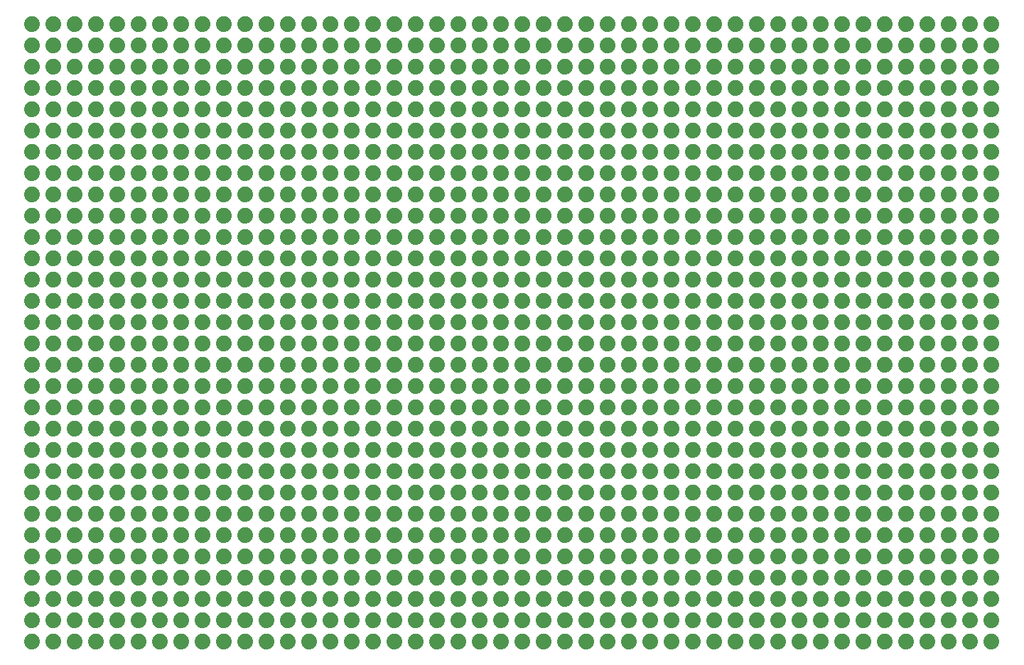
<source format=gbl>
G75*
%MOIN*%
%OFA0B0*%
%FSLAX25Y25*%
%IPPOS*%
%LPD*%
%AMOC8*
5,1,8,0,0,1.08239X$1,22.5*
%
%ADD10C,0.07400*%
D10*
X0017805Y0053650D03*
X0027805Y0053650D03*
X0037805Y0053650D03*
X0047805Y0053650D03*
X0057805Y0053650D03*
X0067805Y0053650D03*
X0077805Y0053650D03*
X0087805Y0053650D03*
X0097805Y0053650D03*
X0107805Y0053650D03*
X0117805Y0053650D03*
X0127805Y0053650D03*
X0137805Y0053650D03*
X0147805Y0053650D03*
X0157805Y0053650D03*
X0167805Y0053650D03*
X0177805Y0053650D03*
X0187805Y0053650D03*
X0197805Y0053650D03*
X0207805Y0053650D03*
X0217805Y0053650D03*
X0227805Y0053650D03*
X0237805Y0053650D03*
X0247805Y0053650D03*
X0257805Y0053650D03*
X0267805Y0053650D03*
X0277805Y0053650D03*
X0287805Y0053650D03*
X0297805Y0053650D03*
X0307805Y0053650D03*
X0317805Y0053650D03*
X0327805Y0053650D03*
X0337805Y0053650D03*
X0347805Y0053650D03*
X0357805Y0053650D03*
X0367805Y0053650D03*
X0377805Y0053650D03*
X0387805Y0053650D03*
X0397805Y0053650D03*
X0407805Y0053650D03*
X0417805Y0053650D03*
X0427805Y0053650D03*
X0437805Y0053650D03*
X0447805Y0053650D03*
X0457805Y0053650D03*
X0467805Y0053650D03*
X0467805Y0063650D03*
X0457805Y0063650D03*
X0447805Y0063650D03*
X0437805Y0063650D03*
X0427805Y0063650D03*
X0417805Y0063650D03*
X0407805Y0063650D03*
X0397805Y0063650D03*
X0397805Y0073650D03*
X0407805Y0073650D03*
X0417805Y0073650D03*
X0427805Y0073650D03*
X0437805Y0073650D03*
X0447805Y0073650D03*
X0457805Y0073650D03*
X0467805Y0073650D03*
X0467805Y0083650D03*
X0457805Y0083650D03*
X0447805Y0083650D03*
X0437805Y0083650D03*
X0427805Y0083650D03*
X0417805Y0083650D03*
X0407805Y0083650D03*
X0397805Y0083650D03*
X0397805Y0093650D03*
X0407805Y0093650D03*
X0417805Y0093650D03*
X0427805Y0093650D03*
X0437805Y0093650D03*
X0447805Y0093650D03*
X0457805Y0093650D03*
X0467805Y0093650D03*
X0467805Y0103650D03*
X0457805Y0103650D03*
X0447805Y0103650D03*
X0437805Y0103650D03*
X0427805Y0103650D03*
X0417805Y0103650D03*
X0407805Y0103650D03*
X0397805Y0103650D03*
X0397805Y0113650D03*
X0407805Y0113650D03*
X0417805Y0113650D03*
X0427805Y0113650D03*
X0437805Y0113650D03*
X0447805Y0113650D03*
X0457805Y0113650D03*
X0467805Y0113650D03*
X0467805Y0123650D03*
X0457805Y0123650D03*
X0447805Y0123650D03*
X0437805Y0123650D03*
X0427805Y0123650D03*
X0417805Y0123650D03*
X0407805Y0123650D03*
X0397805Y0123650D03*
X0397805Y0133650D03*
X0407805Y0133650D03*
X0417805Y0133650D03*
X0427805Y0133650D03*
X0437805Y0133650D03*
X0447805Y0133650D03*
X0457805Y0133650D03*
X0467805Y0133650D03*
X0467805Y0143650D03*
X0457805Y0143650D03*
X0447805Y0143650D03*
X0437805Y0143650D03*
X0427805Y0143650D03*
X0417805Y0143650D03*
X0407805Y0143650D03*
X0397805Y0143650D03*
X0397805Y0153650D03*
X0407805Y0153650D03*
X0417805Y0153650D03*
X0427805Y0153650D03*
X0437805Y0153650D03*
X0447805Y0153650D03*
X0457805Y0153650D03*
X0467805Y0153650D03*
X0467805Y0163650D03*
X0457805Y0163650D03*
X0447805Y0163650D03*
X0437805Y0163650D03*
X0427805Y0163650D03*
X0417805Y0163650D03*
X0407805Y0163650D03*
X0397805Y0163650D03*
X0397805Y0173650D03*
X0407805Y0173650D03*
X0417805Y0173650D03*
X0427805Y0173650D03*
X0437805Y0173650D03*
X0447805Y0173650D03*
X0457805Y0173650D03*
X0467805Y0173650D03*
X0467805Y0183650D03*
X0457805Y0183650D03*
X0447805Y0183650D03*
X0437805Y0183650D03*
X0427805Y0183650D03*
X0417805Y0183650D03*
X0407805Y0183650D03*
X0397805Y0183650D03*
X0397805Y0193650D03*
X0407805Y0193650D03*
X0417805Y0193650D03*
X0427805Y0193650D03*
X0437805Y0193650D03*
X0447805Y0193650D03*
X0457805Y0193650D03*
X0467805Y0193650D03*
X0467805Y0203650D03*
X0457805Y0203650D03*
X0447805Y0203650D03*
X0437805Y0203650D03*
X0427805Y0203650D03*
X0417805Y0203650D03*
X0407805Y0203650D03*
X0397805Y0203650D03*
X0397805Y0213650D03*
X0407805Y0213650D03*
X0417805Y0213650D03*
X0427805Y0213650D03*
X0437805Y0213650D03*
X0447805Y0213650D03*
X0457805Y0213650D03*
X0467805Y0213650D03*
X0467805Y0223650D03*
X0457805Y0223650D03*
X0447805Y0223650D03*
X0437805Y0223650D03*
X0427805Y0223650D03*
X0417805Y0223650D03*
X0407805Y0223650D03*
X0397805Y0223650D03*
X0397805Y0233650D03*
X0407805Y0233650D03*
X0417805Y0233650D03*
X0427805Y0233650D03*
X0437805Y0233650D03*
X0447805Y0233650D03*
X0457805Y0233650D03*
X0467805Y0233650D03*
X0467805Y0243650D03*
X0457805Y0243650D03*
X0447805Y0243650D03*
X0437805Y0243650D03*
X0427805Y0243650D03*
X0417805Y0243650D03*
X0407805Y0243650D03*
X0397805Y0243650D03*
X0397805Y0253650D03*
X0407805Y0253650D03*
X0417805Y0253650D03*
X0427805Y0253650D03*
X0437805Y0253650D03*
X0447805Y0253650D03*
X0457805Y0253650D03*
X0467805Y0253650D03*
X0467805Y0263650D03*
X0457805Y0263650D03*
X0447805Y0263650D03*
X0437805Y0263650D03*
X0427805Y0263650D03*
X0417805Y0263650D03*
X0407805Y0263650D03*
X0397805Y0263650D03*
X0397805Y0273650D03*
X0407805Y0273650D03*
X0417805Y0273650D03*
X0427805Y0273650D03*
X0437805Y0273650D03*
X0447805Y0273650D03*
X0457805Y0273650D03*
X0467805Y0273650D03*
X0467805Y0283650D03*
X0457805Y0283650D03*
X0447805Y0283650D03*
X0437805Y0283650D03*
X0427805Y0283650D03*
X0417805Y0283650D03*
X0407805Y0283650D03*
X0397805Y0283650D03*
X0397805Y0293650D03*
X0407805Y0293650D03*
X0417805Y0293650D03*
X0427805Y0293650D03*
X0437805Y0293650D03*
X0447805Y0293650D03*
X0457805Y0293650D03*
X0467805Y0293650D03*
X0467805Y0303650D03*
X0457805Y0303650D03*
X0447805Y0303650D03*
X0437805Y0303650D03*
X0427805Y0303650D03*
X0417805Y0303650D03*
X0407805Y0303650D03*
X0397805Y0303650D03*
X0397805Y0313650D03*
X0407805Y0313650D03*
X0417805Y0313650D03*
X0427805Y0313650D03*
X0437805Y0313650D03*
X0447805Y0313650D03*
X0457805Y0313650D03*
X0467805Y0313650D03*
X0467805Y0323650D03*
X0457805Y0323650D03*
X0447805Y0323650D03*
X0437805Y0323650D03*
X0427805Y0323650D03*
X0417805Y0323650D03*
X0407805Y0323650D03*
X0397805Y0323650D03*
X0397805Y0333650D03*
X0407805Y0333650D03*
X0417805Y0333650D03*
X0427805Y0333650D03*
X0437805Y0333650D03*
X0447805Y0333650D03*
X0457805Y0333650D03*
X0467805Y0333650D03*
X0467805Y0343650D03*
X0457805Y0343650D03*
X0447805Y0343650D03*
X0437805Y0343650D03*
X0427805Y0343650D03*
X0417805Y0343650D03*
X0407805Y0343650D03*
X0397805Y0343650D03*
X0387805Y0343650D03*
X0377805Y0343650D03*
X0367805Y0343650D03*
X0357805Y0343650D03*
X0347805Y0343650D03*
X0337805Y0343650D03*
X0327805Y0343650D03*
X0317805Y0343650D03*
X0307805Y0343650D03*
X0297805Y0343650D03*
X0287805Y0343650D03*
X0277805Y0343650D03*
X0267805Y0343650D03*
X0257805Y0343650D03*
X0247805Y0343650D03*
X0237805Y0343650D03*
X0237805Y0333650D03*
X0237805Y0323650D03*
X0247805Y0323650D03*
X0257805Y0323650D03*
X0267805Y0323650D03*
X0277805Y0323650D03*
X0287805Y0323650D03*
X0297805Y0323650D03*
X0307805Y0323650D03*
X0317805Y0323650D03*
X0327805Y0323650D03*
X0337805Y0323650D03*
X0347805Y0323650D03*
X0357805Y0323650D03*
X0367805Y0323650D03*
X0377805Y0323650D03*
X0387805Y0323650D03*
X0387805Y0333650D03*
X0377805Y0333650D03*
X0367805Y0333650D03*
X0357805Y0333650D03*
X0347805Y0333650D03*
X0337805Y0333650D03*
X0327805Y0333650D03*
X0317805Y0333650D03*
X0307805Y0333650D03*
X0297805Y0333650D03*
X0287805Y0333650D03*
X0277805Y0333650D03*
X0267805Y0333650D03*
X0257805Y0333650D03*
X0247805Y0333650D03*
X0247805Y0313650D03*
X0247805Y0303650D03*
X0257805Y0303650D03*
X0267805Y0303650D03*
X0277805Y0303650D03*
X0287805Y0303650D03*
X0297805Y0303650D03*
X0307805Y0303650D03*
X0317805Y0303650D03*
X0327805Y0303650D03*
X0337805Y0303650D03*
X0347805Y0303650D03*
X0357805Y0303650D03*
X0367805Y0303650D03*
X0377805Y0303650D03*
X0387805Y0303650D03*
X0387805Y0313650D03*
X0377805Y0313650D03*
X0367805Y0313650D03*
X0357805Y0313650D03*
X0347805Y0313650D03*
X0337805Y0313650D03*
X0327805Y0313650D03*
X0317805Y0313650D03*
X0307805Y0313650D03*
X0297805Y0313650D03*
X0287805Y0313650D03*
X0277805Y0313650D03*
X0267805Y0313650D03*
X0257805Y0313650D03*
X0237805Y0313650D03*
X0237805Y0303650D03*
X0237805Y0293650D03*
X0237805Y0283650D03*
X0247805Y0283650D03*
X0257805Y0283650D03*
X0267805Y0283650D03*
X0277805Y0283650D03*
X0287805Y0283650D03*
X0297805Y0283650D03*
X0307805Y0283650D03*
X0317805Y0283650D03*
X0327805Y0283650D03*
X0337805Y0283650D03*
X0347805Y0283650D03*
X0357805Y0283650D03*
X0367805Y0283650D03*
X0377805Y0283650D03*
X0387805Y0283650D03*
X0387805Y0293650D03*
X0377805Y0293650D03*
X0367805Y0293650D03*
X0357805Y0293650D03*
X0347805Y0293650D03*
X0337805Y0293650D03*
X0327805Y0293650D03*
X0317805Y0293650D03*
X0307805Y0293650D03*
X0297805Y0293650D03*
X0287805Y0293650D03*
X0277805Y0293650D03*
X0267805Y0293650D03*
X0257805Y0293650D03*
X0247805Y0293650D03*
X0247805Y0273650D03*
X0247805Y0263650D03*
X0257805Y0263650D03*
X0267805Y0263650D03*
X0277805Y0263650D03*
X0287805Y0263650D03*
X0297805Y0263650D03*
X0307805Y0263650D03*
X0317805Y0263650D03*
X0327805Y0263650D03*
X0337805Y0263650D03*
X0347805Y0263650D03*
X0357805Y0263650D03*
X0367805Y0263650D03*
X0377805Y0263650D03*
X0387805Y0263650D03*
X0387805Y0273650D03*
X0377805Y0273650D03*
X0367805Y0273650D03*
X0357805Y0273650D03*
X0347805Y0273650D03*
X0337805Y0273650D03*
X0327805Y0273650D03*
X0317805Y0273650D03*
X0307805Y0273650D03*
X0297805Y0273650D03*
X0287805Y0273650D03*
X0277805Y0273650D03*
X0267805Y0273650D03*
X0257805Y0273650D03*
X0237805Y0273650D03*
X0237805Y0263650D03*
X0237805Y0253650D03*
X0237805Y0243650D03*
X0247805Y0243650D03*
X0257805Y0243650D03*
X0267805Y0243650D03*
X0277805Y0243650D03*
X0287805Y0243650D03*
X0297805Y0243650D03*
X0307805Y0243650D03*
X0317805Y0243650D03*
X0327805Y0243650D03*
X0337805Y0243650D03*
X0347805Y0243650D03*
X0357805Y0243650D03*
X0367805Y0243650D03*
X0377805Y0243650D03*
X0387805Y0243650D03*
X0387805Y0253650D03*
X0377805Y0253650D03*
X0367805Y0253650D03*
X0357805Y0253650D03*
X0347805Y0253650D03*
X0337805Y0253650D03*
X0327805Y0253650D03*
X0317805Y0253650D03*
X0307805Y0253650D03*
X0297805Y0253650D03*
X0287805Y0253650D03*
X0277805Y0253650D03*
X0267805Y0253650D03*
X0257805Y0253650D03*
X0247805Y0253650D03*
X0247805Y0233650D03*
X0247805Y0223650D03*
X0257805Y0223650D03*
X0267805Y0223650D03*
X0277805Y0223650D03*
X0287805Y0223650D03*
X0297805Y0223650D03*
X0307805Y0223650D03*
X0317805Y0223650D03*
X0327805Y0223650D03*
X0337805Y0223650D03*
X0347805Y0223650D03*
X0357805Y0223650D03*
X0367805Y0223650D03*
X0377805Y0223650D03*
X0387805Y0223650D03*
X0387805Y0233650D03*
X0377805Y0233650D03*
X0367805Y0233650D03*
X0357805Y0233650D03*
X0347805Y0233650D03*
X0337805Y0233650D03*
X0327805Y0233650D03*
X0317805Y0233650D03*
X0307805Y0233650D03*
X0297805Y0233650D03*
X0287805Y0233650D03*
X0277805Y0233650D03*
X0267805Y0233650D03*
X0257805Y0233650D03*
X0237805Y0233650D03*
X0237805Y0223650D03*
X0237805Y0213650D03*
X0237805Y0203650D03*
X0247805Y0203650D03*
X0257805Y0203650D03*
X0267805Y0203650D03*
X0277805Y0203650D03*
X0287805Y0203650D03*
X0297805Y0203650D03*
X0307805Y0203650D03*
X0317805Y0203650D03*
X0327805Y0203650D03*
X0337805Y0203650D03*
X0347805Y0203650D03*
X0357805Y0203650D03*
X0367805Y0203650D03*
X0377805Y0203650D03*
X0387805Y0203650D03*
X0387805Y0213650D03*
X0377805Y0213650D03*
X0367805Y0213650D03*
X0357805Y0213650D03*
X0347805Y0213650D03*
X0337805Y0213650D03*
X0327805Y0213650D03*
X0317805Y0213650D03*
X0307805Y0213650D03*
X0297805Y0213650D03*
X0287805Y0213650D03*
X0277805Y0213650D03*
X0267805Y0213650D03*
X0257805Y0213650D03*
X0247805Y0213650D03*
X0247805Y0193650D03*
X0247805Y0183650D03*
X0257805Y0183650D03*
X0267805Y0183650D03*
X0277805Y0183650D03*
X0287805Y0183650D03*
X0297805Y0183650D03*
X0307805Y0183650D03*
X0317805Y0183650D03*
X0327805Y0183650D03*
X0337805Y0183650D03*
X0347805Y0183650D03*
X0357805Y0183650D03*
X0367805Y0183650D03*
X0377805Y0183650D03*
X0387805Y0183650D03*
X0387805Y0193650D03*
X0377805Y0193650D03*
X0367805Y0193650D03*
X0357805Y0193650D03*
X0347805Y0193650D03*
X0337805Y0193650D03*
X0327805Y0193650D03*
X0317805Y0193650D03*
X0307805Y0193650D03*
X0297805Y0193650D03*
X0287805Y0193650D03*
X0277805Y0193650D03*
X0267805Y0193650D03*
X0257805Y0193650D03*
X0237805Y0193650D03*
X0237805Y0183650D03*
X0237805Y0173650D03*
X0237805Y0163650D03*
X0247805Y0163650D03*
X0257805Y0163650D03*
X0267805Y0163650D03*
X0277805Y0163650D03*
X0287805Y0163650D03*
X0297805Y0163650D03*
X0307805Y0163650D03*
X0317805Y0163650D03*
X0327805Y0163650D03*
X0337805Y0163650D03*
X0347805Y0163650D03*
X0357805Y0163650D03*
X0367805Y0163650D03*
X0377805Y0163650D03*
X0387805Y0163650D03*
X0387805Y0173650D03*
X0377805Y0173650D03*
X0367805Y0173650D03*
X0357805Y0173650D03*
X0347805Y0173650D03*
X0337805Y0173650D03*
X0327805Y0173650D03*
X0317805Y0173650D03*
X0307805Y0173650D03*
X0297805Y0173650D03*
X0287805Y0173650D03*
X0277805Y0173650D03*
X0267805Y0173650D03*
X0257805Y0173650D03*
X0247805Y0173650D03*
X0247805Y0153650D03*
X0247805Y0143650D03*
X0257805Y0143650D03*
X0267805Y0143650D03*
X0277805Y0143650D03*
X0287805Y0143650D03*
X0297805Y0143650D03*
X0307805Y0143650D03*
X0317805Y0143650D03*
X0327805Y0143650D03*
X0337805Y0143650D03*
X0347805Y0143650D03*
X0357805Y0143650D03*
X0367805Y0143650D03*
X0377805Y0143650D03*
X0387805Y0143650D03*
X0387805Y0153650D03*
X0377805Y0153650D03*
X0367805Y0153650D03*
X0357805Y0153650D03*
X0347805Y0153650D03*
X0337805Y0153650D03*
X0327805Y0153650D03*
X0317805Y0153650D03*
X0307805Y0153650D03*
X0297805Y0153650D03*
X0287805Y0153650D03*
X0277805Y0153650D03*
X0267805Y0153650D03*
X0257805Y0153650D03*
X0237805Y0153650D03*
X0237805Y0143650D03*
X0237805Y0133650D03*
X0237805Y0123650D03*
X0247805Y0123650D03*
X0257805Y0123650D03*
X0267805Y0123650D03*
X0277805Y0123650D03*
X0287805Y0123650D03*
X0297805Y0123650D03*
X0307805Y0123650D03*
X0317805Y0123650D03*
X0327805Y0123650D03*
X0337805Y0123650D03*
X0347805Y0123650D03*
X0357805Y0123650D03*
X0367805Y0123650D03*
X0377805Y0123650D03*
X0387805Y0123650D03*
X0387805Y0133650D03*
X0377805Y0133650D03*
X0367805Y0133650D03*
X0357805Y0133650D03*
X0347805Y0133650D03*
X0337805Y0133650D03*
X0327805Y0133650D03*
X0317805Y0133650D03*
X0307805Y0133650D03*
X0297805Y0133650D03*
X0287805Y0133650D03*
X0277805Y0133650D03*
X0267805Y0133650D03*
X0257805Y0133650D03*
X0247805Y0133650D03*
X0247805Y0113650D03*
X0247805Y0103650D03*
X0257805Y0103650D03*
X0267805Y0103650D03*
X0277805Y0103650D03*
X0287805Y0103650D03*
X0297805Y0103650D03*
X0307805Y0103650D03*
X0317805Y0103650D03*
X0327805Y0103650D03*
X0337805Y0103650D03*
X0347805Y0103650D03*
X0357805Y0103650D03*
X0367805Y0103650D03*
X0377805Y0103650D03*
X0387805Y0103650D03*
X0387805Y0113650D03*
X0377805Y0113650D03*
X0367805Y0113650D03*
X0357805Y0113650D03*
X0347805Y0113650D03*
X0337805Y0113650D03*
X0327805Y0113650D03*
X0317805Y0113650D03*
X0307805Y0113650D03*
X0297805Y0113650D03*
X0287805Y0113650D03*
X0277805Y0113650D03*
X0267805Y0113650D03*
X0257805Y0113650D03*
X0237805Y0113650D03*
X0237805Y0103650D03*
X0237805Y0093650D03*
X0237805Y0083650D03*
X0247805Y0083650D03*
X0257805Y0083650D03*
X0267805Y0083650D03*
X0277805Y0083650D03*
X0287805Y0083650D03*
X0297805Y0083650D03*
X0307805Y0083650D03*
X0317805Y0083650D03*
X0327805Y0083650D03*
X0337805Y0083650D03*
X0347805Y0083650D03*
X0357805Y0083650D03*
X0367805Y0083650D03*
X0377805Y0083650D03*
X0387805Y0083650D03*
X0387805Y0093650D03*
X0377805Y0093650D03*
X0367805Y0093650D03*
X0357805Y0093650D03*
X0347805Y0093650D03*
X0337805Y0093650D03*
X0327805Y0093650D03*
X0317805Y0093650D03*
X0307805Y0093650D03*
X0297805Y0093650D03*
X0287805Y0093650D03*
X0277805Y0093650D03*
X0267805Y0093650D03*
X0257805Y0093650D03*
X0247805Y0093650D03*
X0247805Y0073650D03*
X0247805Y0063650D03*
X0257805Y0063650D03*
X0267805Y0063650D03*
X0277805Y0063650D03*
X0287805Y0063650D03*
X0297805Y0063650D03*
X0307805Y0063650D03*
X0317805Y0063650D03*
X0327805Y0063650D03*
X0337805Y0063650D03*
X0347805Y0063650D03*
X0357805Y0063650D03*
X0367805Y0063650D03*
X0377805Y0063650D03*
X0387805Y0063650D03*
X0387805Y0073650D03*
X0377805Y0073650D03*
X0367805Y0073650D03*
X0357805Y0073650D03*
X0347805Y0073650D03*
X0337805Y0073650D03*
X0327805Y0073650D03*
X0317805Y0073650D03*
X0307805Y0073650D03*
X0297805Y0073650D03*
X0287805Y0073650D03*
X0277805Y0073650D03*
X0267805Y0073650D03*
X0257805Y0073650D03*
X0237805Y0073650D03*
X0237805Y0063650D03*
X0227805Y0063650D03*
X0217805Y0063650D03*
X0207805Y0063650D03*
X0197805Y0063650D03*
X0187805Y0063650D03*
X0177805Y0063650D03*
X0167805Y0063650D03*
X0157805Y0063650D03*
X0147805Y0063650D03*
X0137805Y0063650D03*
X0127805Y0063650D03*
X0117805Y0063650D03*
X0107805Y0063650D03*
X0097805Y0063650D03*
X0087805Y0063650D03*
X0077805Y0063650D03*
X0077805Y0073650D03*
X0087805Y0073650D03*
X0097805Y0073650D03*
X0107805Y0073650D03*
X0117805Y0073650D03*
X0127805Y0073650D03*
X0137805Y0073650D03*
X0147805Y0073650D03*
X0157805Y0073650D03*
X0167805Y0073650D03*
X0177805Y0073650D03*
X0187805Y0073650D03*
X0197805Y0073650D03*
X0207805Y0073650D03*
X0217805Y0073650D03*
X0227805Y0073650D03*
X0227805Y0083650D03*
X0217805Y0083650D03*
X0207805Y0083650D03*
X0197805Y0083650D03*
X0187805Y0083650D03*
X0177805Y0083650D03*
X0167805Y0083650D03*
X0157805Y0083650D03*
X0147805Y0083650D03*
X0137805Y0083650D03*
X0127805Y0083650D03*
X0117805Y0083650D03*
X0107805Y0083650D03*
X0097805Y0083650D03*
X0087805Y0083650D03*
X0077805Y0083650D03*
X0077805Y0093650D03*
X0087805Y0093650D03*
X0097805Y0093650D03*
X0107805Y0093650D03*
X0117805Y0093650D03*
X0127805Y0093650D03*
X0137805Y0093650D03*
X0147805Y0093650D03*
X0157805Y0093650D03*
X0167805Y0093650D03*
X0177805Y0093650D03*
X0187805Y0093650D03*
X0197805Y0093650D03*
X0207805Y0093650D03*
X0217805Y0093650D03*
X0227805Y0093650D03*
X0227805Y0103650D03*
X0217805Y0103650D03*
X0207805Y0103650D03*
X0197805Y0103650D03*
X0187805Y0103650D03*
X0177805Y0103650D03*
X0167805Y0103650D03*
X0157805Y0103650D03*
X0147805Y0103650D03*
X0137805Y0103650D03*
X0127805Y0103650D03*
X0117805Y0103650D03*
X0107805Y0103650D03*
X0097805Y0103650D03*
X0087805Y0103650D03*
X0077805Y0103650D03*
X0077805Y0113650D03*
X0087805Y0113650D03*
X0097805Y0113650D03*
X0107805Y0113650D03*
X0117805Y0113650D03*
X0127805Y0113650D03*
X0137805Y0113650D03*
X0147805Y0113650D03*
X0157805Y0113650D03*
X0167805Y0113650D03*
X0177805Y0113650D03*
X0187805Y0113650D03*
X0197805Y0113650D03*
X0207805Y0113650D03*
X0217805Y0113650D03*
X0227805Y0113650D03*
X0227805Y0123650D03*
X0217805Y0123650D03*
X0207805Y0123650D03*
X0197805Y0123650D03*
X0187805Y0123650D03*
X0177805Y0123650D03*
X0167805Y0123650D03*
X0157805Y0123650D03*
X0147805Y0123650D03*
X0137805Y0123650D03*
X0127805Y0123650D03*
X0117805Y0123650D03*
X0107805Y0123650D03*
X0097805Y0123650D03*
X0087805Y0123650D03*
X0077805Y0123650D03*
X0077805Y0133650D03*
X0087805Y0133650D03*
X0097805Y0133650D03*
X0107805Y0133650D03*
X0117805Y0133650D03*
X0127805Y0133650D03*
X0137805Y0133650D03*
X0147805Y0133650D03*
X0157805Y0133650D03*
X0167805Y0133650D03*
X0177805Y0133650D03*
X0187805Y0133650D03*
X0197805Y0133650D03*
X0207805Y0133650D03*
X0217805Y0133650D03*
X0227805Y0133650D03*
X0227805Y0143650D03*
X0217805Y0143650D03*
X0207805Y0143650D03*
X0197805Y0143650D03*
X0187805Y0143650D03*
X0177805Y0143650D03*
X0167805Y0143650D03*
X0157805Y0143650D03*
X0147805Y0143650D03*
X0137805Y0143650D03*
X0127805Y0143650D03*
X0117805Y0143650D03*
X0107805Y0143650D03*
X0097805Y0143650D03*
X0087805Y0143650D03*
X0077805Y0143650D03*
X0077805Y0153650D03*
X0087805Y0153650D03*
X0097805Y0153650D03*
X0107805Y0153650D03*
X0117805Y0153650D03*
X0127805Y0153650D03*
X0137805Y0153650D03*
X0147805Y0153650D03*
X0157805Y0153650D03*
X0167805Y0153650D03*
X0177805Y0153650D03*
X0187805Y0153650D03*
X0197805Y0153650D03*
X0207805Y0153650D03*
X0217805Y0153650D03*
X0227805Y0153650D03*
X0227805Y0163650D03*
X0217805Y0163650D03*
X0207805Y0163650D03*
X0197805Y0163650D03*
X0187805Y0163650D03*
X0177805Y0163650D03*
X0167805Y0163650D03*
X0157805Y0163650D03*
X0147805Y0163650D03*
X0137805Y0163650D03*
X0127805Y0163650D03*
X0117805Y0163650D03*
X0107805Y0163650D03*
X0097805Y0163650D03*
X0087805Y0163650D03*
X0077805Y0163650D03*
X0077805Y0173650D03*
X0087805Y0173650D03*
X0097805Y0173650D03*
X0107805Y0173650D03*
X0117805Y0173650D03*
X0127805Y0173650D03*
X0137805Y0173650D03*
X0147805Y0173650D03*
X0157805Y0173650D03*
X0167805Y0173650D03*
X0177805Y0173650D03*
X0187805Y0173650D03*
X0197805Y0173650D03*
X0207805Y0173650D03*
X0217805Y0173650D03*
X0227805Y0173650D03*
X0227805Y0183650D03*
X0217805Y0183650D03*
X0207805Y0183650D03*
X0197805Y0183650D03*
X0187805Y0183650D03*
X0177805Y0183650D03*
X0167805Y0183650D03*
X0157805Y0183650D03*
X0147805Y0183650D03*
X0137805Y0183650D03*
X0127805Y0183650D03*
X0117805Y0183650D03*
X0107805Y0183650D03*
X0097805Y0183650D03*
X0087805Y0183650D03*
X0077805Y0183650D03*
X0077805Y0193650D03*
X0087805Y0193650D03*
X0097805Y0193650D03*
X0107805Y0193650D03*
X0117805Y0193650D03*
X0127805Y0193650D03*
X0137805Y0193650D03*
X0147805Y0193650D03*
X0157805Y0193650D03*
X0167805Y0193650D03*
X0177805Y0193650D03*
X0187805Y0193650D03*
X0197805Y0193650D03*
X0207805Y0193650D03*
X0217805Y0193650D03*
X0227805Y0193650D03*
X0227805Y0203650D03*
X0217805Y0203650D03*
X0207805Y0203650D03*
X0197805Y0203650D03*
X0187805Y0203650D03*
X0177805Y0203650D03*
X0167805Y0203650D03*
X0157805Y0203650D03*
X0147805Y0203650D03*
X0137805Y0203650D03*
X0127805Y0203650D03*
X0117805Y0203650D03*
X0107805Y0203650D03*
X0097805Y0203650D03*
X0087805Y0203650D03*
X0077805Y0203650D03*
X0077805Y0213650D03*
X0087805Y0213650D03*
X0097805Y0213650D03*
X0107805Y0213650D03*
X0117805Y0213650D03*
X0127805Y0213650D03*
X0137805Y0213650D03*
X0147805Y0213650D03*
X0157805Y0213650D03*
X0167805Y0213650D03*
X0177805Y0213650D03*
X0187805Y0213650D03*
X0197805Y0213650D03*
X0207805Y0213650D03*
X0217805Y0213650D03*
X0227805Y0213650D03*
X0227805Y0223650D03*
X0217805Y0223650D03*
X0207805Y0223650D03*
X0197805Y0223650D03*
X0187805Y0223650D03*
X0177805Y0223650D03*
X0167805Y0223650D03*
X0157805Y0223650D03*
X0147805Y0223650D03*
X0137805Y0223650D03*
X0127805Y0223650D03*
X0117805Y0223650D03*
X0107805Y0223650D03*
X0097805Y0223650D03*
X0087805Y0223650D03*
X0077805Y0223650D03*
X0077805Y0233650D03*
X0087805Y0233650D03*
X0097805Y0233650D03*
X0107805Y0233650D03*
X0117805Y0233650D03*
X0127805Y0233650D03*
X0137805Y0233650D03*
X0147805Y0233650D03*
X0157805Y0233650D03*
X0167805Y0233650D03*
X0177805Y0233650D03*
X0187805Y0233650D03*
X0197805Y0233650D03*
X0207805Y0233650D03*
X0217805Y0233650D03*
X0227805Y0233650D03*
X0227805Y0243650D03*
X0217805Y0243650D03*
X0207805Y0243650D03*
X0197805Y0243650D03*
X0187805Y0243650D03*
X0177805Y0243650D03*
X0167805Y0243650D03*
X0157805Y0243650D03*
X0147805Y0243650D03*
X0137805Y0243650D03*
X0127805Y0243650D03*
X0117805Y0243650D03*
X0107805Y0243650D03*
X0097805Y0243650D03*
X0087805Y0243650D03*
X0077805Y0243650D03*
X0077805Y0253650D03*
X0087805Y0253650D03*
X0097805Y0253650D03*
X0107805Y0253650D03*
X0117805Y0253650D03*
X0127805Y0253650D03*
X0137805Y0253650D03*
X0147805Y0253650D03*
X0157805Y0253650D03*
X0167805Y0253650D03*
X0177805Y0253650D03*
X0187805Y0253650D03*
X0197805Y0253650D03*
X0207805Y0253650D03*
X0217805Y0253650D03*
X0227805Y0253650D03*
X0227805Y0263650D03*
X0217805Y0263650D03*
X0207805Y0263650D03*
X0197805Y0263650D03*
X0187805Y0263650D03*
X0177805Y0263650D03*
X0167805Y0263650D03*
X0157805Y0263650D03*
X0147805Y0263650D03*
X0137805Y0263650D03*
X0127805Y0263650D03*
X0117805Y0263650D03*
X0107805Y0263650D03*
X0097805Y0263650D03*
X0087805Y0263650D03*
X0077805Y0263650D03*
X0077805Y0273650D03*
X0087805Y0273650D03*
X0097805Y0273650D03*
X0107805Y0273650D03*
X0117805Y0273650D03*
X0127805Y0273650D03*
X0137805Y0273650D03*
X0147805Y0273650D03*
X0157805Y0273650D03*
X0167805Y0273650D03*
X0177805Y0273650D03*
X0187805Y0273650D03*
X0197805Y0273650D03*
X0207805Y0273650D03*
X0217805Y0273650D03*
X0227805Y0273650D03*
X0227805Y0283650D03*
X0217805Y0283650D03*
X0207805Y0283650D03*
X0197805Y0283650D03*
X0187805Y0283650D03*
X0177805Y0283650D03*
X0167805Y0283650D03*
X0157805Y0283650D03*
X0147805Y0283650D03*
X0137805Y0283650D03*
X0127805Y0283650D03*
X0117805Y0283650D03*
X0107805Y0283650D03*
X0097805Y0283650D03*
X0087805Y0283650D03*
X0077805Y0283650D03*
X0077805Y0293650D03*
X0087805Y0293650D03*
X0097805Y0293650D03*
X0107805Y0293650D03*
X0117805Y0293650D03*
X0127805Y0293650D03*
X0137805Y0293650D03*
X0147805Y0293650D03*
X0157805Y0293650D03*
X0167805Y0293650D03*
X0177805Y0293650D03*
X0187805Y0293650D03*
X0197805Y0293650D03*
X0207805Y0293650D03*
X0217805Y0293650D03*
X0227805Y0293650D03*
X0227805Y0303650D03*
X0217805Y0303650D03*
X0207805Y0303650D03*
X0197805Y0303650D03*
X0187805Y0303650D03*
X0177805Y0303650D03*
X0167805Y0303650D03*
X0157805Y0303650D03*
X0147805Y0303650D03*
X0137805Y0303650D03*
X0127805Y0303650D03*
X0117805Y0303650D03*
X0107805Y0303650D03*
X0097805Y0303650D03*
X0087805Y0303650D03*
X0077805Y0303650D03*
X0077805Y0313650D03*
X0087805Y0313650D03*
X0097805Y0313650D03*
X0107805Y0313650D03*
X0117805Y0313650D03*
X0127805Y0313650D03*
X0137805Y0313650D03*
X0147805Y0313650D03*
X0157805Y0313650D03*
X0167805Y0313650D03*
X0177805Y0313650D03*
X0187805Y0313650D03*
X0197805Y0313650D03*
X0207805Y0313650D03*
X0217805Y0313650D03*
X0227805Y0313650D03*
X0227805Y0323650D03*
X0217805Y0323650D03*
X0207805Y0323650D03*
X0197805Y0323650D03*
X0187805Y0323650D03*
X0177805Y0323650D03*
X0167805Y0323650D03*
X0157805Y0323650D03*
X0147805Y0323650D03*
X0137805Y0323650D03*
X0127805Y0323650D03*
X0117805Y0323650D03*
X0107805Y0323650D03*
X0097805Y0323650D03*
X0087805Y0323650D03*
X0077805Y0323650D03*
X0077805Y0333650D03*
X0087805Y0333650D03*
X0097805Y0333650D03*
X0107805Y0333650D03*
X0117805Y0333650D03*
X0127805Y0333650D03*
X0137805Y0333650D03*
X0147805Y0333650D03*
X0157805Y0333650D03*
X0167805Y0333650D03*
X0177805Y0333650D03*
X0187805Y0333650D03*
X0197805Y0333650D03*
X0207805Y0333650D03*
X0217805Y0333650D03*
X0227805Y0333650D03*
X0227805Y0343650D03*
X0217805Y0343650D03*
X0207805Y0343650D03*
X0197805Y0343650D03*
X0187805Y0343650D03*
X0177805Y0343650D03*
X0167805Y0343650D03*
X0157805Y0343650D03*
X0147805Y0343650D03*
X0137805Y0343650D03*
X0127805Y0343650D03*
X0117805Y0343650D03*
X0107805Y0343650D03*
X0097805Y0343650D03*
X0087805Y0343650D03*
X0077805Y0343650D03*
X0067805Y0343650D03*
X0057805Y0343650D03*
X0047805Y0343650D03*
X0037805Y0343650D03*
X0027805Y0343650D03*
X0017805Y0343650D03*
X0017805Y0333650D03*
X0017805Y0323650D03*
X0027805Y0323650D03*
X0037805Y0323650D03*
X0047805Y0323650D03*
X0057805Y0323650D03*
X0067805Y0323650D03*
X0067805Y0333650D03*
X0057805Y0333650D03*
X0047805Y0333650D03*
X0037805Y0333650D03*
X0027805Y0333650D03*
X0027805Y0313650D03*
X0027805Y0303650D03*
X0037805Y0303650D03*
X0047805Y0303650D03*
X0057805Y0303650D03*
X0067805Y0303650D03*
X0067805Y0313650D03*
X0057805Y0313650D03*
X0047805Y0313650D03*
X0037805Y0313650D03*
X0017805Y0313650D03*
X0017805Y0303650D03*
X0017805Y0293650D03*
X0017805Y0283650D03*
X0027805Y0283650D03*
X0037805Y0283650D03*
X0047805Y0283650D03*
X0057805Y0283650D03*
X0067805Y0283650D03*
X0067805Y0293650D03*
X0057805Y0293650D03*
X0047805Y0293650D03*
X0037805Y0293650D03*
X0027805Y0293650D03*
X0027805Y0273650D03*
X0027805Y0263650D03*
X0037805Y0263650D03*
X0047805Y0263650D03*
X0057805Y0263650D03*
X0067805Y0263650D03*
X0067805Y0273650D03*
X0057805Y0273650D03*
X0047805Y0273650D03*
X0037805Y0273650D03*
X0017805Y0273650D03*
X0017805Y0263650D03*
X0017805Y0253650D03*
X0017805Y0243650D03*
X0027805Y0243650D03*
X0037805Y0243650D03*
X0047805Y0243650D03*
X0057805Y0243650D03*
X0067805Y0243650D03*
X0067805Y0253650D03*
X0057805Y0253650D03*
X0047805Y0253650D03*
X0037805Y0253650D03*
X0027805Y0253650D03*
X0027805Y0233650D03*
X0027805Y0223650D03*
X0037805Y0223650D03*
X0047805Y0223650D03*
X0057805Y0223650D03*
X0067805Y0223650D03*
X0067805Y0233650D03*
X0057805Y0233650D03*
X0047805Y0233650D03*
X0037805Y0233650D03*
X0017805Y0233650D03*
X0017805Y0223650D03*
X0017805Y0213650D03*
X0017805Y0203650D03*
X0027805Y0203650D03*
X0037805Y0203650D03*
X0047805Y0203650D03*
X0057805Y0203650D03*
X0067805Y0203650D03*
X0067805Y0213650D03*
X0057805Y0213650D03*
X0047805Y0213650D03*
X0037805Y0213650D03*
X0027805Y0213650D03*
X0027805Y0193650D03*
X0027805Y0183650D03*
X0037805Y0183650D03*
X0047805Y0183650D03*
X0057805Y0183650D03*
X0067805Y0183650D03*
X0067805Y0193650D03*
X0057805Y0193650D03*
X0047805Y0193650D03*
X0037805Y0193650D03*
X0017805Y0193650D03*
X0017805Y0183650D03*
X0017805Y0173650D03*
X0017805Y0163650D03*
X0027805Y0163650D03*
X0037805Y0163650D03*
X0047805Y0163650D03*
X0057805Y0163650D03*
X0067805Y0163650D03*
X0067805Y0173650D03*
X0057805Y0173650D03*
X0047805Y0173650D03*
X0037805Y0173650D03*
X0027805Y0173650D03*
X0027805Y0153650D03*
X0027805Y0143650D03*
X0037805Y0143650D03*
X0047805Y0143650D03*
X0057805Y0143650D03*
X0067805Y0143650D03*
X0067805Y0153650D03*
X0057805Y0153650D03*
X0047805Y0153650D03*
X0037805Y0153650D03*
X0017805Y0153650D03*
X0017805Y0143650D03*
X0017805Y0133650D03*
X0017805Y0123650D03*
X0027805Y0123650D03*
X0037805Y0123650D03*
X0047805Y0123650D03*
X0057805Y0123650D03*
X0067805Y0123650D03*
X0067805Y0133650D03*
X0057805Y0133650D03*
X0047805Y0133650D03*
X0037805Y0133650D03*
X0027805Y0133650D03*
X0027805Y0113650D03*
X0027805Y0103650D03*
X0037805Y0103650D03*
X0047805Y0103650D03*
X0057805Y0103650D03*
X0067805Y0103650D03*
X0067805Y0113650D03*
X0057805Y0113650D03*
X0047805Y0113650D03*
X0037805Y0113650D03*
X0017805Y0113650D03*
X0017805Y0103650D03*
X0017805Y0093650D03*
X0017805Y0083650D03*
X0027805Y0083650D03*
X0037805Y0083650D03*
X0047805Y0083650D03*
X0057805Y0083650D03*
X0067805Y0083650D03*
X0067805Y0093650D03*
X0057805Y0093650D03*
X0047805Y0093650D03*
X0037805Y0093650D03*
X0027805Y0093650D03*
X0027805Y0073650D03*
X0027805Y0063650D03*
X0037805Y0063650D03*
X0047805Y0063650D03*
X0057805Y0063650D03*
X0067805Y0063650D03*
X0067805Y0073650D03*
X0057805Y0073650D03*
X0047805Y0073650D03*
X0037805Y0073650D03*
X0017805Y0073650D03*
X0017805Y0063650D03*
M02*

</source>
